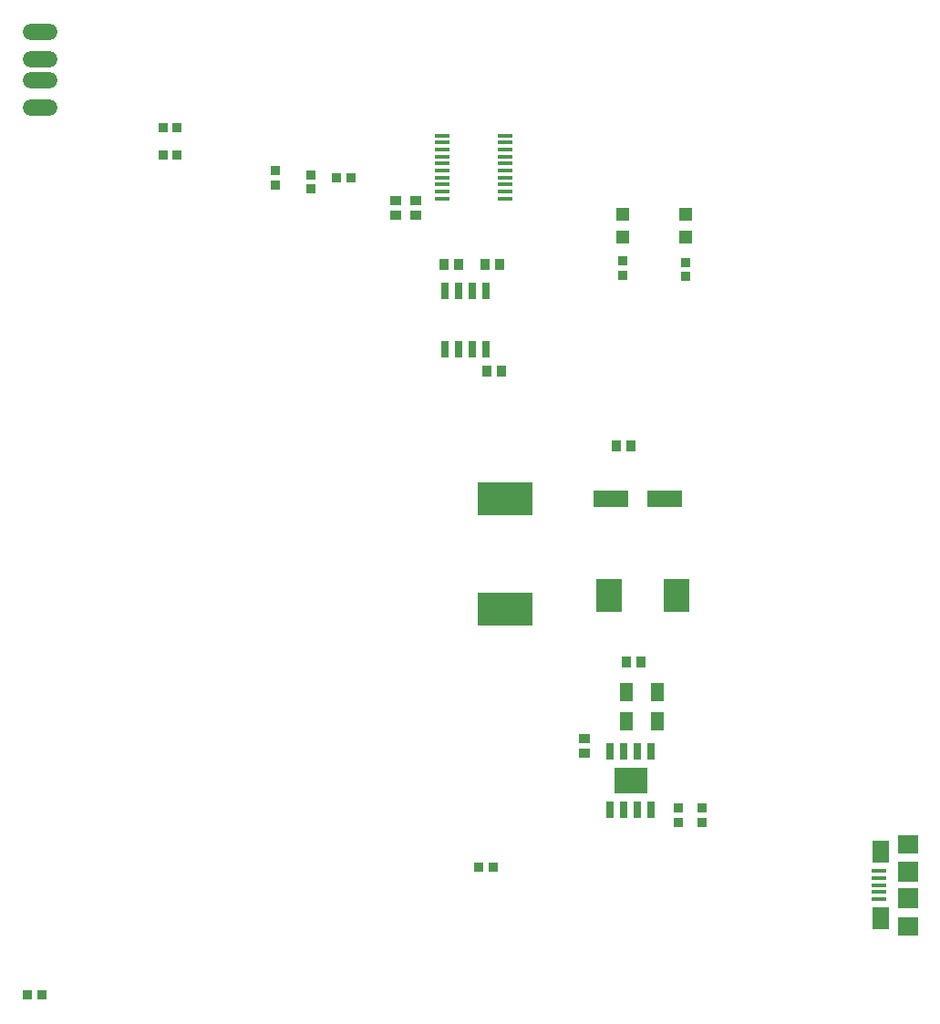
<source format=gtp>
G04*
G04 #@! TF.GenerationSoftware,Altium Limited,Altium Designer,21.0.9 (235)*
G04*
G04 Layer_Color=8421504*
%FSLAX25Y25*%
%MOIN*%
G70*
G04*
G04 #@! TF.SameCoordinates,BA8C7152-59F1-4345-8518-0593712C2385*
G04*
G04*
G04 #@! TF.FilePolarity,Positive*
G04*
G01*
G75*
%ADD14R,0.09646X0.12402*%
%ADD15R,0.02559X0.05906*%
%ADD16R,0.05807X0.01772*%
%ADD17R,0.20079X0.12402*%
%ADD18R,0.05315X0.01575*%
%ADD19R,0.06299X0.08268*%
%ADD20R,0.07480X0.07087*%
%ADD21R,0.07480X0.07480*%
%ADD22O,0.12795X0.05906*%
%ADD23R,0.12205X0.09449*%
%ADD24R,0.03740X0.03347*%
%ADD25R,0.04724X0.04724*%
%ADD26R,0.03347X0.03740*%
%ADD27R,0.12598X0.06299*%
%ADD28R,0.03543X0.03937*%
%ADD29R,0.03937X0.03543*%
%ADD30R,0.05118X0.07087*%
%ADD31R,0.02559X0.06004*%
D14*
X288567Y161000D02*
D03*
X264158D02*
D03*
D15*
X219000Y272130D02*
D03*
X214000D02*
D03*
X209000D02*
D03*
X204000D02*
D03*
Y250870D02*
D03*
X209000D02*
D03*
X214000D02*
D03*
X219000D02*
D03*
D16*
X226067Y305984D02*
D03*
Y308543D02*
D03*
Y311102D02*
D03*
Y313661D02*
D03*
Y316220D02*
D03*
Y318779D02*
D03*
Y321339D02*
D03*
Y323898D02*
D03*
Y326457D02*
D03*
Y329016D02*
D03*
X202933D02*
D03*
Y326457D02*
D03*
Y323898D02*
D03*
Y321339D02*
D03*
Y318779D02*
D03*
Y316220D02*
D03*
Y313661D02*
D03*
Y311102D02*
D03*
Y308543D02*
D03*
Y305984D02*
D03*
D17*
X226000Y155921D02*
D03*
Y196079D02*
D03*
D18*
X362732Y49882D02*
D03*
Y52441D02*
D03*
Y55000D02*
D03*
Y57559D02*
D03*
Y60118D02*
D03*
D19*
X363224Y42795D02*
D03*
Y67205D02*
D03*
D20*
X373260Y40039D02*
D03*
Y69961D02*
D03*
D21*
Y50276D02*
D03*
Y59724D02*
D03*
D22*
X55937Y339220D02*
D03*
Y366779D02*
D03*
Y349063D02*
D03*
Y356937D02*
D03*
D23*
X271937Y93189D02*
D03*
D24*
X292000Y282559D02*
D03*
Y277441D02*
D03*
X269000Y283059D02*
D03*
Y277941D02*
D03*
X289437Y77941D02*
D03*
Y83059D02*
D03*
X298000Y83059D02*
D03*
Y77941D02*
D03*
X155000Y314559D02*
D03*
Y309441D02*
D03*
X142000Y316059D02*
D03*
Y310941D02*
D03*
D25*
X292000Y291866D02*
D03*
Y300134D02*
D03*
X269000D02*
D03*
Y291866D02*
D03*
D26*
X100941Y322000D02*
D03*
X106059D02*
D03*
X106059Y332000D02*
D03*
X100941D02*
D03*
X56559Y15000D02*
D03*
X51441D02*
D03*
X216441Y61500D02*
D03*
X221559D02*
D03*
X169559Y313500D02*
D03*
X164441D02*
D03*
D27*
X264595Y196363D02*
D03*
X284279D02*
D03*
D28*
X266843Y215500D02*
D03*
X272158D02*
D03*
X270342Y136500D02*
D03*
X275658D02*
D03*
X218843Y282000D02*
D03*
X224158D02*
D03*
X219342Y243000D02*
D03*
X224658D02*
D03*
X203842Y282000D02*
D03*
X209157D02*
D03*
D29*
X255000Y103342D02*
D03*
Y108658D02*
D03*
X193500Y305157D02*
D03*
Y299843D02*
D03*
X186000Y305157D02*
D03*
Y299843D02*
D03*
D30*
X281709Y125500D02*
D03*
X270291D02*
D03*
X281709Y115000D02*
D03*
X270291D02*
D03*
D31*
X264437Y103866D02*
D03*
X269437D02*
D03*
X274437D02*
D03*
X279437D02*
D03*
Y82512D02*
D03*
X274437D02*
D03*
X269437D02*
D03*
X264437D02*
D03*
M02*

</source>
